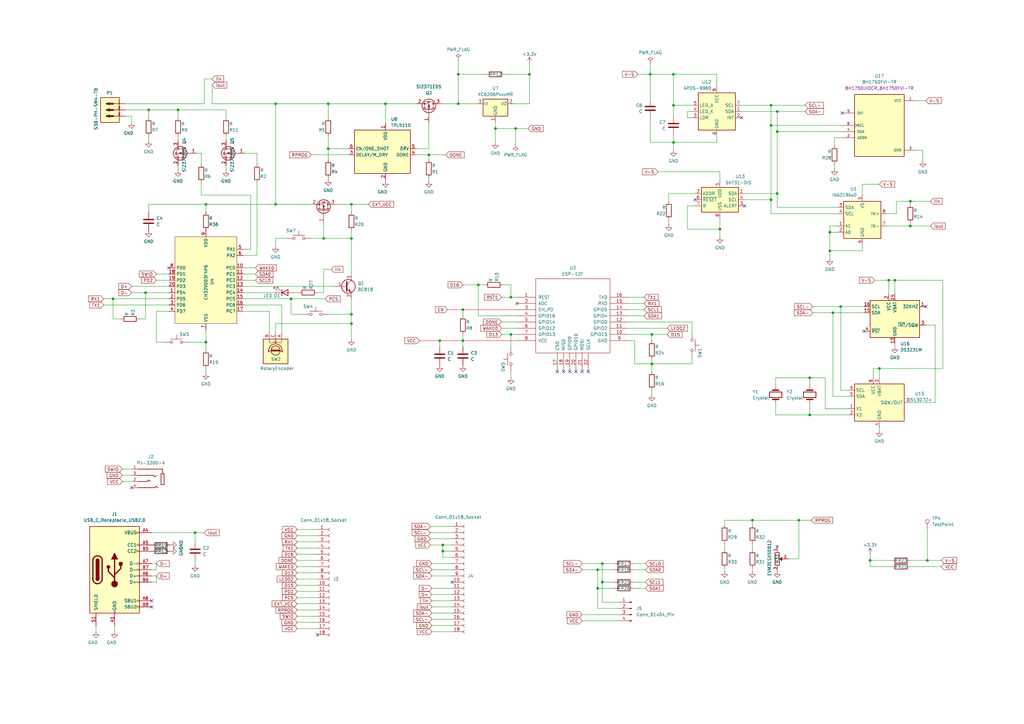
<source format=kicad_sch>
(kicad_sch (version 20230121) (generator eeschema)
  (paper "A3")
  (junction (at 340.36 95.25))
  (junction (at 276.225 43.18))
  (junction (at 247.015 231.14))
  (junction (at 84.455 140.335))
  (junction (at 113.03 83.82))
  (junction (at 46.355 122.555))
  (junction (at 180.34 139.7))
  (junction (at 364.49 114.935))
  (junction (at 80.01 218.44))
  (junction (at 267.335 149.225))
  (junction (at 340.36 102.87))
  (junction (at 367.03 114.935))
  (junction (at 59.69 120.015))
  (junction (at 356.87 229.87))
  (junction (at 247.015 238.76))
  (junction (at 341.63 128.27))
  (junction (at 144.145 132.715))
  (junction (at 187.96 30.48))
  (junction (at 60.96 45.085))
  (junction (at 181.61 226.06))
  (junction (at 318.77 53.975))
  (junction (at 318.77 79.375))
  (junction (at 217.17 30.48))
  (junction (at 318.77 45.72))
  (junction (at 211.455 52.705))
  (junction (at 373.38 92.71))
  (junction (at 119.38 122.555))
  (junction (at 327.66 213.36))
  (junction (at 134.62 42.545))
  (junction (at 134.62 60.96))
  (junction (at 189.865 139.7))
  (junction (at 332.105 154.94))
  (junction (at 144.145 128.905))
  (junction (at 360.68 151.13))
  (junction (at 144.145 97.79))
  (junction (at 295.275 93.98))
  (junction (at 308.61 213.36))
  (junction (at 276.225 58.42))
  (junction (at 276.225 30.48))
  (junction (at 175.895 63.5))
  (junction (at 332.105 170.18))
  (junction (at 196.215 116.84))
  (junction (at 245.11 233.68))
  (junction (at 316.23 43.18))
  (junction (at 113.03 42.545))
  (junction (at 181.61 223.52))
  (junction (at 132.715 97.79))
  (junction (at 266.7 30.48))
  (junction (at 267.335 137.16))
  (junction (at 316.23 81.915))
  (junction (at 245.11 241.3))
  (junction (at 203.2 52.705))
  (junction (at 209.55 137.16))
  (junction (at 209.55 121.92))
  (junction (at 144.145 83.82))
  (junction (at 189.865 127))
  (junction (at 373.38 82.55))
  (junction (at 344.805 125.73))
  (junction (at 316.23 51.435))
  (junction (at 158.115 42.545))
  (junction (at 73.025 45.085))
  (junction (at 84.455 83.82))
  (junction (at 187.96 42.545))
  (junction (at 380.365 229.87))
  (no_connect (at 305.435 84.455))
  (no_connect (at 233.68 152.4))
  (no_connect (at 53.975 200.025))
  (no_connect (at 318.77 224.155))
  (no_connect (at 228.6 152.4))
  (no_connect (at 212.09 124.46))
  (no_connect (at 130.175 260.35))
  (no_connect (at 62.23 246.38))
  (no_connect (at 304.165 48.26))
  (no_connect (at 185.42 238.76))
  (no_connect (at 379.73 125.73))
  (no_connect (at 238.76 152.4))
  (no_connect (at 231.14 152.4))
  (no_connect (at 62.23 248.92))
  (no_connect (at 285.115 81.915))
  (no_connect (at 345.44 46.355))
  (no_connect (at 241.3 152.4))
  (no_connect (at 69.215 109.855))
  (no_connect (at 354.33 135.89))
  (no_connect (at 236.22 152.4))
  (wire (pts (xy 134.62 42.545) (xy 158.115 42.545)))
  (wire (pts (xy 189.865 127) (xy 189.865 129.54)))
  (wire (pts (xy 64.135 112.395) (xy 69.215 112.395)))
  (wire (pts (xy 99.695 120.015) (xy 113.03 120.015)))
  (wire (pts (xy 364.49 114.935) (xy 364.49 120.65)))
  (wire (pts (xy 177.165 256.54) (xy 185.42 256.54)))
  (wire (pts (xy 245.11 241.3) (xy 245.11 233.68)))
  (wire (pts (xy 51.435 45.085) (xy 60.96 45.085)))
  (wire (pts (xy 113.03 83.82) (xy 127.635 83.82)))
  (wire (pts (xy 332.105 170.18) (xy 347.98 170.18)))
  (wire (pts (xy 189.865 139.7) (xy 189.865 142.24)))
  (wire (pts (xy 238.76 252.095) (xy 254 252.095)))
  (wire (pts (xy 283.845 149.225) (xy 267.335 149.225)))
  (wire (pts (xy 119.38 128.905) (xy 124.46 128.905)))
  (wire (pts (xy 206.375 116.84) (xy 209.55 116.84)))
  (wire (pts (xy 121.92 247.65) (xy 130.175 247.65)))
  (wire (pts (xy 283.845 48.26) (xy 281.94 48.26)))
  (wire (pts (xy 267.335 137.16) (xy 273.685 137.16)))
  (wire (pts (xy 318.135 158.115) (xy 318.135 154.94)))
  (wire (pts (xy 257.81 121.92) (xy 264.16 121.92)))
  (wire (pts (xy 49.53 130.81) (xy 46.355 130.81)))
  (wire (pts (xy 367.03 114.935) (xy 367.03 120.65)))
  (wire (pts (xy 297.18 222.885) (xy 297.18 225.425)))
  (wire (pts (xy 64.135 233.68) (xy 62.23 233.68)))
  (wire (pts (xy 281.94 45.72) (xy 283.845 45.72)))
  (wire (pts (xy 181.61 228.6) (xy 181.61 226.06)))
  (wire (pts (xy 267.335 160.02) (xy 267.335 161.925)))
  (wire (pts (xy 134.62 73.025) (xy 134.62 73.66)))
  (wire (pts (xy 358.14 151.13) (xy 360.68 151.13)))
  (wire (pts (xy 274.32 82.55) (xy 274.32 79.375)))
  (wire (pts (xy 83.82 32.385) (xy 86.995 32.385)))
  (wire (pts (xy 358.14 151.13) (xy 358.14 154.94)))
  (wire (pts (xy 344.805 160.02) (xy 344.805 125.73)))
  (wire (pts (xy 373.38 82.55) (xy 373.38 83.82)))
  (wire (pts (xy 119.38 128.905) (xy 119.38 122.555)))
  (wire (pts (xy 318.77 45.72) (xy 318.77 53.975)))
  (wire (pts (xy 105.41 104.775) (xy 99.695 104.775)))
  (wire (pts (xy 102.87 80.01) (xy 102.87 102.235)))
  (wire (pts (xy 175.895 60.96) (xy 175.895 50.165)))
  (wire (pts (xy 99.695 109.855) (xy 104.775 109.855)))
  (wire (pts (xy 281.94 48.26) (xy 281.94 45.72)))
  (wire (pts (xy 276.225 43.18) (xy 276.225 47.625)))
  (wire (pts (xy 69.215 127.635) (xy 64.135 127.635)))
  (wire (pts (xy 60.96 83.82) (xy 84.455 83.82)))
  (wire (pts (xy 304.165 45.72) (xy 318.77 45.72)))
  (wire (pts (xy 259.715 231.14) (xy 264.795 231.14)))
  (wire (pts (xy 210.82 42.545) (xy 217.17 42.545)))
  (wire (pts (xy 198.755 116.84) (xy 196.215 116.84)))
  (wire (pts (xy 82.55 80.01) (xy 102.87 80.01)))
  (wire (pts (xy 353.695 100.33) (xy 353.695 102.87)))
  (wire (pts (xy 358.775 114.935) (xy 364.49 114.935)))
  (wire (pts (xy 73.025 45.085) (xy 73.025 48.26)))
  (wire (pts (xy 375.92 61.595) (xy 378.46 61.595)))
  (wire (pts (xy 121.92 222.25) (xy 130.175 222.25)))
  (wire (pts (xy 344.805 125.73) (xy 354.33 125.73)))
  (wire (pts (xy 177.165 251.46) (xy 185.42 251.46)))
  (wire (pts (xy 294.005 55.88) (xy 294.005 58.42)))
  (wire (pts (xy 276.225 61.595) (xy 276.225 58.42)))
  (wire (pts (xy 51.435 42.545) (xy 83.82 42.545)))
  (wire (pts (xy 64.135 238.76) (xy 62.23 238.76)))
  (wire (pts (xy 134.62 128.905) (xy 144.145 128.905)))
  (wire (pts (xy 360.68 151.13) (xy 360.68 154.94)))
  (wire (pts (xy 170.815 60.96) (xy 175.895 60.96)))
  (wire (pts (xy 92.71 45.085) (xy 92.71 48.26)))
  (wire (pts (xy 205.74 137.16) (xy 209.55 137.16)))
  (wire (pts (xy 158.115 42.545) (xy 170.815 42.545)))
  (wire (pts (xy 121.92 217.17) (xy 130.175 217.17)))
  (wire (pts (xy 92.71 67.945) (xy 92.71 69.85)))
  (wire (pts (xy 261.62 30.48) (xy 266.7 30.48)))
  (wire (pts (xy 375.92 41.275) (xy 379.73 41.275)))
  (wire (pts (xy 207.01 30.48) (xy 217.17 30.48)))
  (wire (pts (xy 83.82 42.545) (xy 83.82 32.385)))
  (wire (pts (xy 144.145 83.82) (xy 151.13 83.82)))
  (wire (pts (xy 57.15 130.81) (xy 59.69 130.81)))
  (wire (pts (xy 340.36 95.25) (xy 340.36 102.87)))
  (wire (pts (xy 360.68 175.26) (xy 360.68 176.53)))
  (wire (pts (xy 80.645 62.865) (xy 82.55 62.865)))
  (wire (pts (xy 187.96 30.48) (xy 199.39 30.48)))
  (wire (pts (xy 42.545 125.095) (xy 69.215 125.095)))
  (wire (pts (xy 217.17 26.035) (xy 217.17 30.48)))
  (wire (pts (xy 308.61 222.885) (xy 308.61 225.425)))
  (wire (pts (xy 267.335 147.32) (xy 267.335 149.225)))
  (wire (pts (xy 189.865 139.7) (xy 212.09 139.7)) (stroke (width 0) (color 255 0 0 1)))
  (wire (pts (xy 209.55 121.92) (xy 205.74 121.92)))
  (wire (pts (xy 254 249.555) (xy 245.11 249.555)))
  (wire (pts (xy 105.41 74.93) (xy 105.41 104.775)))
  (wire (pts (xy 373.38 82.55) (xy 381.635 82.55)))
  (wire (pts (xy 175.895 73.025) (xy 175.895 74.295)))
  (wire (pts (xy 342.265 59.69) (xy 342.265 56.515)))
  (wire (pts (xy 305.435 79.375) (xy 318.77 79.375)))
  (wire (pts (xy 80.01 218.44) (xy 62.23 218.44)))
  (wire (pts (xy 189.865 116.84) (xy 196.215 116.84)))
  (wire (pts (xy 100.33 62.865) (xy 105.41 62.865)))
  (wire (pts (xy 338.455 154.94) (xy 332.105 154.94)))
  (wire (pts (xy 134.62 60.96) (xy 134.62 65.405)))
  (wire (pts (xy 356.87 232.41) (xy 365.76 232.41)))
  (wire (pts (xy 343.535 92.71) (xy 340.36 92.71)))
  (wire (pts (xy 60.96 55.88) (xy 60.96 57.785)))
  (wire (pts (xy 189.865 137.16) (xy 189.865 139.7)))
  (wire (pts (xy 185.42 228.6) (xy 181.61 228.6)))
  (wire (pts (xy 327.66 213.36) (xy 332.74 213.36)))
  (wire (pts (xy 257.81 134.62) (xy 273.685 134.62)))
  (wire (pts (xy 252.095 241.3) (xy 245.11 241.3)))
  (wire (pts (xy 117.475 97.79) (xy 113.03 97.79)))
  (wire (pts (xy 135.89 110.49) (xy 132.715 110.49)))
  (wire (pts (xy 285.115 84.455) (xy 281.94 84.455)))
  (wire (pts (xy 347.98 160.02) (xy 344.805 160.02)))
  (wire (pts (xy 266.7 30.48) (xy 266.7 40.64)))
  (wire (pts (xy 144.145 132.715) (xy 144.145 139.065)))
  (wire (pts (xy 212.09 121.92) (xy 209.55 121.92)))
  (wire (pts (xy 318.77 85.09) (xy 343.535 85.09)))
  (wire (pts (xy 99.695 127.635) (xy 110.49 127.635)))
  (wire (pts (xy 121.92 232.41) (xy 130.175 232.41)))
  (wire (pts (xy 113.03 42.545) (xy 134.62 42.545)))
  (wire (pts (xy 378.46 61.595) (xy 378.46 66.04)))
  (wire (pts (xy 82.55 67.31) (xy 82.55 62.865)))
  (wire (pts (xy 316.23 51.435) (xy 316.23 81.915)))
  (wire (pts (xy 62.23 236.22) (xy 64.135 236.22)))
  (wire (pts (xy 127.635 97.79) (xy 132.715 97.79)))
  (wire (pts (xy 308.61 213.36) (xy 327.66 213.36)))
  (wire (pts (xy 367.665 82.55) (xy 367.665 87.63)))
  (wire (pts (xy 294.005 30.48) (xy 276.225 30.48)))
  (wire (pts (xy 121.92 219.71) (xy 130.175 219.71)))
  (wire (pts (xy 158.115 42.545) (xy 158.115 50.8)))
  (wire (pts (xy 59.69 120.015) (xy 59.69 130.81)))
  (wire (pts (xy 46.355 130.81) (xy 46.355 122.555)))
  (wire (pts (xy 110.49 127.635) (xy 110.49 136.525)))
  (wire (pts (xy 121.92 237.49) (xy 130.175 237.49)))
  (wire (pts (xy 238.76 231.14) (xy 247.015 231.14)))
  (wire (pts (xy 73.025 67.945) (xy 73.025 69.85)))
  (wire (pts (xy 60.96 45.085) (xy 73.025 45.085)))
  (wire (pts (xy 373.38 92.71) (xy 381.635 92.71)))
  (wire (pts (xy 308.61 215.265) (xy 308.61 213.36)))
  (wire (pts (xy 113.03 132.715) (xy 144.145 132.715)))
  (wire (pts (xy 386.715 114.935) (xy 386.715 151.13)))
  (wire (pts (xy 373.38 82.55) (xy 367.665 82.55)))
  (wire (pts (xy 84.455 135.255) (xy 84.455 140.335)))
  (wire (pts (xy 99.695 125.095) (xy 115.57 125.095)))
  (wire (pts (xy 84.455 151.13) (xy 84.455 153.035)))
  (wire (pts (xy 274.32 79.375) (xy 285.115 79.375)))
  (wire (pts (xy 180.975 42.545) (xy 187.96 42.545)))
  (wire (pts (xy 247.015 231.14) (xy 252.095 231.14)))
  (wire (pts (xy 276.225 55.245) (xy 276.225 58.42)))
  (wire (pts (xy 73.025 45.085) (xy 92.71 45.085)))
  (wire (pts (xy 257.81 137.16) (xy 267.335 137.16)))
  (wire (pts (xy 380.365 217.17) (xy 380.365 229.87)))
  (wire (pts (xy 187.96 42.545) (xy 187.96 30.48)))
  (wire (pts (xy 64.135 140.335) (xy 67.31 140.335)))
  (wire (pts (xy 367.03 114.935) (xy 386.715 114.935)))
  (wire (pts (xy 333.375 128.27) (xy 341.63 128.27)))
  (wire (pts (xy 92.71 55.88) (xy 92.71 57.785)))
  (wire (pts (xy 80.01 231.775) (xy 80.01 229.87)))
  (wire (pts (xy 144.145 128.905) (xy 144.145 132.715)))
  (wire (pts (xy 318.77 85.09) (xy 318.77 79.375)))
  (wire (pts (xy 180.34 139.7) (xy 189.865 139.7)) (stroke (width 0) (color 255 0 0 1)))
  (wire (pts (xy 77.47 140.335) (xy 84.455 140.335)))
  (wire (pts (xy 134.62 55.88) (xy 134.62 60.96)))
  (wire (pts (xy 175.895 63.5) (xy 175.895 65.405)))
  (wire (pts (xy 316.23 51.435) (xy 345.44 51.435)))
  (wire (pts (xy 373.38 229.87) (xy 380.365 229.87)))
  (wire (pts (xy 373.38 92.71) (xy 363.855 92.71)))
  (wire (pts (xy 84.455 83.82) (xy 113.03 83.82)))
  (wire (pts (xy 367.03 114.935) (xy 364.49 114.935)))
  (wire (pts (xy 238.76 233.68) (xy 245.11 233.68)))
  (wire (pts (xy 318.135 165.735) (xy 318.135 170.18)))
  (wire (pts (xy 247.015 231.14) (xy 247.015 238.76)))
  (wire (pts (xy 122.555 120.015) (xy 120.65 120.015)))
  (wire (pts (xy 211.455 52.705) (xy 211.455 59.055)))
  (wire (pts (xy 86.995 42.545) (xy 113.03 42.545)))
  (wire (pts (xy 266.7 26.035) (xy 266.7 30.48)))
  (wire (pts (xy 323.342 229.235) (xy 327.66 229.235)))
  (wire (pts (xy 144.145 122.555) (xy 144.145 128.905)))
  (wire (pts (xy 187.96 42.545) (xy 195.58 42.545)))
  (wire (pts (xy 176.53 220.98) (xy 185.42 220.98)))
  (wire (pts (xy 142.875 60.96) (xy 134.62 60.96)))
  (wire (pts (xy 276.225 30.48) (xy 266.7 30.48)))
  (wire (pts (xy 209.55 142.24) (xy 209.55 137.16)))
  (wire (pts (xy 177.165 254) (xy 185.42 254)))
  (wire (pts (xy 343.535 95.25) (xy 340.36 95.25)))
  (wire (pts (xy 342.265 67.31) (xy 342.265 69.215)))
  (wire (pts (xy 113.03 97.79) (xy 113.03 100.965)))
  (wire (pts (xy 304.165 43.18) (xy 316.23 43.18)))
  (wire (pts (xy 60.96 83.82) (xy 60.96 86.995)))
  (wire (pts (xy 196.215 129.54) (xy 212.09 129.54)))
  (wire (pts (xy 99.695 117.475) (xy 136.525 117.475)))
  (wire (pts (xy 119.38 122.555) (xy 99.695 122.555)))
  (wire (pts (xy 144.145 97.79) (xy 144.145 112.395)))
  (wire (pts (xy 132.715 97.79) (xy 144.145 97.79)))
  (wire (pts (xy 297.18 215.265) (xy 297.18 213.36)))
  (wire (pts (xy 267.335 149.225) (xy 267.335 152.4)))
  (wire (pts (xy 356.87 229.87) (xy 365.76 229.87)))
  (wire (pts (xy 46.355 122.555) (xy 69.215 122.555)))
  (wire (pts (xy 211.455 52.705) (xy 216.535 52.705)))
  (wire (pts (xy 269.875 70.485) (xy 295.275 70.485)))
  (wire (pts (xy 121.92 257.81) (xy 130.175 257.81)))
  (wire (pts (xy 259.715 241.3) (xy 264.795 241.3)))
  (wire (pts (xy 144.145 83.82) (xy 144.145 86.995)))
  (wire (pts (xy 196.215 116.84) (xy 196.215 129.54)))
  (wire (pts (xy 259.715 233.68) (xy 264.795 233.68)))
  (wire (pts (xy 212.09 134.62) (xy 205.74 134.62)))
  (wire (pts (xy 115.57 125.095) (xy 115.57 136.525)))
  (wire (pts (xy 274.32 90.17) (xy 274.32 92.075)))
  (wire (pts (xy 121.92 250.19) (xy 130.175 250.19)))
  (wire (pts (xy 295.275 70.485) (xy 295.275 74.295)))
  (wire (pts (xy 84.455 83.82) (xy 84.455 86.995)))
  (wire (pts (xy 177.165 241.3) (xy 185.42 241.3)))
  (wire (pts (xy 64.135 231.14) (xy 64.135 233.68)))
  (wire (pts (xy 341.63 128.27) (xy 341.63 162.56)))
  (wire (pts (xy 121.92 252.73) (xy 130.175 252.73)))
  (wire (pts (xy 84.455 140.335) (xy 84.455 143.51)))
  (wire (pts (xy 316.23 43.18) (xy 330.2 43.18)))
  (wire (pts (xy 137.795 83.82) (xy 144.145 83.82)))
  (wire (pts (xy 42.545 122.555) (xy 46.355 122.555)))
  (wire (pts (xy 316.23 87.63) (xy 316.23 81.915)))
  (wire (pts (xy 257.81 132.08) (xy 283.845 132.08)))
  (wire (pts (xy 257.81 139.7) (xy 260.35 139.7)))
  (wire (pts (xy 353.695 102.87) (xy 340.36 102.87)))
  (wire (pts (xy 170.815 63.5) (xy 175.895 63.5)))
  (wire (pts (xy 39.37 256.54) (xy 39.37 259.08)))
  (wire (pts (xy 340.36 92.71) (xy 340.36 95.25)))
  (wire (pts (xy 295.275 89.535) (xy 295.275 93.98)))
  (wire (pts (xy 267.335 137.16) (xy 267.335 139.7)))
  (wire (pts (xy 257.81 129.54) (xy 264.16 129.54)))
  (wire (pts (xy 332.105 165.735) (xy 332.105 170.18)))
  (wire (pts (xy 53.975 117.475) (xy 69.215 117.475)))
  (wire (pts (xy 60.96 45.085) (xy 60.96 48.26)))
  (wire (pts (xy 276.225 58.42) (xy 266.7 58.42)))
  (wire (pts (xy 59.69 120.015) (xy 69.215 120.015)))
  (wire (pts (xy 181.61 226.06) (xy 181.61 223.52)))
  (wire (pts (xy 367.03 140.97) (xy 367.03 142.24)))
  (wire (pts (xy 64.135 236.22) (xy 64.135 238.76)))
  (wire (pts (xy 83.82 218.44) (xy 80.01 218.44)))
  (wire (pts (xy 203.2 52.705) (xy 211.455 52.705)))
  (wire (pts (xy 316.23 87.63) (xy 343.535 87.63)))
  (wire (pts (xy 177.165 236.22) (xy 185.42 236.22)))
  (wire (pts (xy 183.515 127) (xy 189.865 127)) (stroke (width 0) (color 255 0 0 1)))
  (wire (pts (xy 305.435 81.915) (xy 316.23 81.915)))
  (wire (pts (xy 257.81 127) (xy 264.16 127)))
  (wire (pts (xy 341.63 128.27) (xy 354.33 128.27)))
  (wire (pts (xy 50.165 192.405) (xy 53.975 192.405)))
  (wire (pts (xy 245.11 233.68) (xy 252.095 233.68)))
  (wire (pts (xy 209.55 137.16) (xy 212.09 137.16)))
  (wire (pts (xy 130.175 120.015) (xy 132.715 120.015)))
  (wire (pts (xy 176.53 218.44) (xy 185.42 218.44)))
  (wire (pts (xy 132.715 110.49) (xy 132.715 120.015)))
  (wire (pts (xy 267.335 149.225) (xy 260.35 149.225)))
  (wire (pts (xy 62.23 231.14) (xy 64.135 231.14)))
  (wire (pts (xy 367.665 87.63) (xy 363.855 87.63)))
  (wire (pts (xy 316.23 43.18) (xy 316.23 51.435)))
  (wire (pts (xy 318.77 53.975) (xy 345.44 53.975)))
  (wire (pts (xy 53.975 120.015) (xy 59.69 120.015)))
  (wire (pts (xy 318.135 170.18) (xy 332.105 170.18)))
  (wire (pts (xy 347.98 167.64) (xy 338.455 167.64)))
  (wire (pts (xy 172.085 139.7) (xy 180.34 139.7)) (stroke (width 0) (color 255 0 0 1)))
  (wire (pts (xy 259.715 238.76) (xy 264.795 238.76)))
  (wire (pts (xy 260.35 139.7) (xy 260.35 149.225)))
  (wire (pts (xy 46.99 256.54) (xy 46.99 259.08)))
  (wire (pts (xy 245.11 249.555) (xy 245.11 241.3)))
  (wire (pts (xy 177.165 233.68) (xy 185.42 233.68)))
  (wire (pts (xy 212.09 132.08) (xy 205.74 132.08)))
  (wire (pts (xy 175.895 63.5) (xy 182.88 63.5)))
  (wire (pts (xy 53.975 47.625) (xy 53.975 50.165)))
  (wire (pts (xy 50.165 197.485) (xy 53.975 197.485)))
  (wire (pts (xy 64.135 127.635) (xy 64.135 140.335)))
  (wire (pts (xy 341.63 162.56) (xy 347.98 162.56)))
  (wire (pts (xy 203.2 52.705) (xy 203.2 50.165)))
  (wire (pts (xy 340.36 102.87) (xy 340.36 106.045)))
  (wire (pts (xy 209.55 116.84) (xy 209.55 121.92)))
  (wire (pts (xy 177.165 259.08) (xy 185.42 259.08)))
  (wire (pts (xy 283.845 43.18) (xy 276.225 43.18)))
  (wire (pts (xy 177.165 231.14) (xy 185.42 231.14)))
  (wire (pts (xy 353.695 75.565) (xy 353.695 80.01)))
  (wire (pts (xy 203.2 58.42) (xy 203.2 52.705)))
  (wire (pts (xy 383.54 165.1) (xy 373.38 165.1)))
  (wire (pts (xy 297.18 233.045) (xy 297.18 234.315)))
  (wire (pts (xy 50.165 194.945) (xy 53.975 194.945)))
  (wire (pts (xy 99.695 114.935) (xy 104.775 114.935)))
  (wire (pts (xy 121.92 224.79) (xy 130.175 224.79)))
  (wire (pts (xy 134.62 42.545) (xy 134.62 48.26)))
  (wire (pts (xy 308.61 233.045) (xy 308.61 234.315)))
  (wire (pts (xy 121.92 240.03) (xy 130.175 240.03)))
  (wire (pts (xy 73.025 55.88) (xy 73.025 57.785)))
  (wire (pts (xy 333.375 125.73) (xy 344.805 125.73)))
  (wire (pts (xy 121.92 242.57) (xy 130.175 242.57)))
  (wire (pts (xy 276.225 30.48) (xy 276.225 43.18)))
  (wire (pts (xy 121.92 245.11) (xy 130.175 245.11)))
  (wire (pts (xy 338.455 167.64) (xy 338.455 154.94)))
  (wire (pts (xy 380.365 229.87) (xy 386.08 229.87)))
  (wire (pts (xy 297.18 213.36) (xy 308.61 213.36)))
  (wire (pts (xy 318.77 53.975) (xy 318.77 79.375)))
  (wire (pts (xy 379.73 133.35) (xy 383.54 133.35)))
  (wire (pts (xy 121.92 234.95) (xy 130.175 234.95)))
  (wire (pts (xy 360.68 75.565) (xy 353.695 75.565)))
  (wire (pts (xy 127.635 63.5) (xy 142.875 63.5)))
  (wire (pts (xy 82.55 80.01) (xy 82.55 74.93)))
  (wire (pts (xy 383.54 133.35) (xy 383.54 165.1)))
  (wire (pts (xy 102.87 102.235) (xy 99.695 102.235)))
  (wire (pts (xy 281.94 93.98) (xy 295.275 93.98)))
  (wire (pts (xy 342.265 56.515) (xy 345.44 56.515)))
  (wire (pts (xy 113.03 136.525) (xy 113.03 132.715)))
  (wire (pts (xy 177.165 243.84) (xy 185.42 243.84)))
  (wire (pts (xy 252.095 238.76) (xy 247.015 238.76)))
  (wire (pts (xy 356.87 229.87) (xy 356.87 232.41)))
  (wire (pts (xy 189.865 127) (xy 212.09 127)) (stroke (width 0) (color 255 0 0 1)))
  (wire (pts (xy 121.92 255.27) (xy 130.175 255.27)))
  (wire (pts (xy 185.42 226.06) (xy 181.61 226.06)))
  (wire (pts (xy 144.145 94.615) (xy 144.145 97.79)))
  (wire (pts (xy 264.16 124.46) (xy 257.81 124.46)))
  (wire (pts (xy 177.165 248.92) (xy 185.42 248.92)))
  (wire (pts (xy 373.38 92.71) (xy 373.38 91.44)))
  (wire (pts (xy 119.38 122.555) (xy 133.35 122.555)))
  (wire (pts (xy 318.77 45.72) (xy 330.2 45.72)))
  (wire (pts (xy 332.105 154.94) (xy 332.105 158.115)))
  (wire (pts (xy 254 247.015) (xy 247.015 247.015)))
  (wire (pts (xy 356.87 227.33) (xy 356.87 229.87)))
  (wire (pts (xy 294.005 30.48) (xy 294.005 35.56)))
  (wire (pts (xy 176.53 215.9) (xy 185.42 215.9)))
  (wire (pts (xy 238.76 254.635) (xy 254 254.635)))
  (wire (pts (xy 121.92 227.33) (xy 130.175 227.33)))
  (wire (pts (xy 51.435 47.625) (xy 53.975 47.625)))
  (wire (pts (xy 113.03 42.545) (xy 113.03 83.82)))
  (wire (pts (xy 181.61 223.52) (xy 185.42 223.52)))
  (wire (pts (xy 99.695 112.395) (xy 104.775 112.395)))
  (wire (pts (xy 176.53 223.52) (xy 181.61 223.52)))
  (wire (pts (xy 281.94 84.455) (xy 281.94 93.98)))
  (wire (pts (xy 158.115 73.66) (xy 158.115 74.295)))
  (wire (pts (xy 217.17 30.48) (xy 217.17 42.545)))
  (wire (pts (xy 247.015 238.76) (xy 247.015 247.015)))
  (wire (pts (xy 266.7 58.42) (xy 266.7 48.26)))
  (wire (pts (xy 105.41 62.865) (xy 105.41 67.31)))
  (wire (pts (xy 294.005 58.42) (xy 276.225 58.42)))
  (wire (pts (xy 64.135 114.935) (xy 69.215 114.935)))
  (wire (pts (xy 209.55 152.4) (xy 209.55 154.94)))
  (wire (pts (xy 177.165 246.38) (xy 185.42 246.38)))
  (wire (pts (xy 180.34 139.7) (xy 180.34 142.24)))
  (wire (pts (xy 121.92 229.87) (xy 130.175 229.87)))
  (wire (pts (xy 360.68 151.13) (xy 386.715 151.13)))
  (wire (pts (xy 318.135 154.94) (xy 332.105 154.94)))
  (wire (pts (xy 295.275 93.98) (xy 295.275 97.155)))
  (wire (pts (xy 132.715 91.44) (xy 132.715 97.79)))
  (wire (pts (xy 80.01 218.44) (xy 80.01 222.25)))
  (wire (pts (xy 327.66 213.36) (xy 327.66 229.235)))
  (wire (pts (xy 283.845 136.525) (xy 283.845 132.08)))
  (wire (pts (xy 283.845 146.685) (xy 283.845 149.225)))
  (wire (pts (xy 86.995 34.925) (xy 86.995 42.545)))
  (wire (pts (xy 187.96 30.48) (xy 187.96 24.765)))
  (wire (pts (xy 373.38 232.41) (xy 386.08 232.41)))
  (global_label "D+" (shape input) (at 64.135 236.22 0) (property "Intersheetrefs" "${INTERSHEET_REFS}" (effects hide)))
  (global_label "iin" (shape input) (at 86.995 32.385 0) (property "Intersheetrefs" "${INTERSHEET_REFS}" (effects hide)))
  (global_label "V-S" (shape input) (at 386.08 229.87 0) (property "Intersheetrefs" "${INTERSHEET_REFS}" (effects hide)))
  (global_label "SDA1" (shape input) (at 264.16 129.54 0) (property "Intersheetrefs" "${INTERSHEET_REFS}" (effects hide)))
  (global_label "RX1" (shape input) (at 264.16 124.46 0) (property "Intersheetrefs" "${INTERSHEET_REFS}" (effects hide)))
  (global_label "VCC" (shape input) (at 121.92 257.81 180) (property "Intersheetrefs" "${INTERSHEET_REFS}" (effects hide)))
  (global_label "iout" (shape input) (at 83.82 218.44 0) (property "Intersheetrefs" "${INTERSHEET_REFS}" (effects hide)))
  (global_label "TX1" (shape input) (at 42.545 125.095 180) (property "Intersheetrefs" "${INTERSHEET_REFS}" (effects hide)))
  (global_label "PC5" (shape input) (at 121.92 245.11 180) (property "Intersheetrefs" "${INTERSHEET_REFS}" (effects hide)))
  (global_label "D+" (shape input) (at 53.975 117.475 180) (property "Intersheetrefs" "${INTERSHEET_REFS}" (effects hide)))
  (global_label "VCC" (shape input) (at 176.53 223.52 180) (property "Intersheetrefs" "${INTERSHEET_REFS}" (effects hide)))
  (global_label "SCL-" (shape input) (at 330.2 43.18 0) (property "Intersheetrefs" "${INTERSHEET_REFS}" (effects hide)))
  (global_label "WAKE0" (shape input) (at 104.775 109.855 0) (property "Intersheetrefs" "${INTERSHEET_REFS}" (effects hide)))
  (global_label "SCL-" (shape input) (at 333.375 125.73 180) (property "Intersheetrefs" "${INTERSHEET_REFS}" (effects hide)))
  (global_label "WAKE0" (shape input) (at 121.92 232.41 180) (property "Intersheetrefs" "${INTERSHEET_REFS}" (effects hide)))
  (global_label "D-" (shape input) (at 177.165 241.3 180) (property "Intersheetrefs" "${INTERSHEET_REFS}" (effects hide)))
  (global_label "SDA-" (shape input) (at 238.76 233.68 180) (property "Intersheetrefs" "${INTERSHEET_REFS}" (effects hide)))
  (global_label "SDA-" (shape input) (at 330.2 45.72 0) (property "Intersheetrefs" "${INTERSHEET_REFS}" (effects hide)))
  (global_label "D13" (shape input) (at 121.92 234.95 180) (property "Intersheetrefs" "${INTERSHEET_REFS}" (effects hide)))
  (global_label "SWIO" (shape input) (at 64.135 112.395 180) (property "Intersheetrefs" "${INTERSHEET_REFS}" (effects hide)))
  (global_label "VCC" (shape input) (at 172.085 139.7 180) (property "Intersheetrefs" "${INTERSHEET_REFS}" (effects hide)))
  (global_label "SCL0" (shape input) (at 104.775 114.935 0) (property "Intersheetrefs" "${INTERSHEET_REFS}" (effects hide)))
  (global_label "D-" (shape input) (at 53.975 120.015 180) (property "Intersheetrefs" "${INTERSHEET_REFS}" (effects hide)))
  (global_label "SDA0" (shape input) (at 104.775 112.395 0) (property "Intersheetrefs" "${INTERSHEET_REFS}" (effects hide)))
  (global_label "D13" (shape input) (at 205.74 137.16 180) (property "Intersheetrefs" "${INTERSHEET_REFS}" (effects hide)))
  (global_label "SCL-" (shape input) (at 177.165 233.68 180) (property "Intersheetrefs" "${INTERSHEET_REFS}" (effects hide)))
  (global_label "SDA0" (shape input) (at 264.795 233.68 0) (property "Intersheetrefs" "${INTERSHEET_REFS}" (effects hide)))
  (global_label "SWIO" (shape input) (at 50.165 192.405 180) (property "Intersheetrefs" "${INTERSHEET_REFS}" (effects hide)))
  (global_label "GND" (shape input) (at 238.76 252.095 180) (property "Intersheetrefs" "${INTERSHEET_REFS}" (effects hide)))
  (global_label "D15" (shape input) (at 121.92 240.03 180) (property "Intersheetrefs" "${INTERSHEET_REFS}" (effects hide)))
  (global_label "SCL-" (shape input) (at 177.165 254 180) (property "Intersheetrefs" "${INTERSHEET_REFS}" (effects hide)))
  (global_label "GND" (shape input) (at 176.53 220.98 180) (property "Intersheetrefs" "${INTERSHEET_REFS}" (effects hide)))
  (global_label "DONE" (shape input) (at 205.74 132.08 180) (property "Intersheetrefs" "${INTERSHEET_REFS}" (effects hide)))
  (global_label "TX1" (shape input) (at 121.92 224.79 180) (property "Intersheetrefs" "${INTERSHEET_REFS}" (effects hide)))
  (global_label "RX1" (shape input) (at 42.545 122.555 180) (property "Intersheetrefs" "${INTERSHEET_REFS}" (effects hide)))
  (global_label "D16" (shape input) (at 121.92 227.33 180) (property "Intersheetrefs" "${INTERSHEET_REFS}" (effects hide)))
  (global_label "SDA-" (shape input) (at 176.53 215.9 180) (property "Intersheetrefs" "${INTERSHEET_REFS}" (effects hide)))
  (global_label "iin" (shape input) (at 381.635 82.55 0) (property "Intersheetrefs" "${INTERSHEET_REFS}" (effects hide)))
  (global_label "EXT_VCC" (shape input) (at 151.13 83.82 0) (property "Intersheetrefs" "${INTERSHEET_REFS}" (effects hide)))
  (global_label "iout" (shape input) (at 177.165 248.92 180) (property "Intersheetrefs" "${INTERSHEET_REFS}" (effects hide)))
  (global_label "D+" (shape input) (at 177.165 243.84 180) (property "Intersheetrefs" "${INTERSHEET_REFS}" (effects hide)))
  (global_label "LED02" (shape input) (at 273.685 134.62 0) (property "Intersheetrefs" "${INTERSHEET_REFS}" (effects hide)))
  (global_label "LED02" (shape input) (at 121.92 237.49 180) (property "Intersheetrefs" "${INTERSHEET_REFS}" (effects hide)))
  (global_label "D15" (shape input) (at 273.685 137.16 0) (property "Intersheetrefs" "${INTERSHEET_REFS}" (effects hide)))
  (global_label "PD2" (shape input) (at 121.92 242.57 180) (property "Intersheetrefs" "${INTERSHEET_REFS}" (effects hide)))
  (global_label "VCC" (shape input) (at 121.92 217.17 180) (property "Intersheetrefs" "${INTERSHEET_REFS}" (effects hide)))
  (global_label "GND" (shape input) (at 216.535 52.705 0) (property "Intersheetrefs" "${INTERSHEET_REFS}" (effects hide)))
  (global_label "EN" (shape input) (at 183.515 127 180) (property "Intersheetrefs" "${INTERSHEET_REFS}" (effects hide)))
  (global_label "SCL-" (shape input) (at 176.53 218.44 180) (property "Intersheetrefs" "${INTERSHEET_REFS}" (effects hide)))
  (global_label "WAKE0" (shape input) (at 205.74 134.62 180) (property "Intersheetrefs" "${INTERSHEET_REFS}" (effects hide)))
  (global_label "EXT_VCC" (shape input) (at 121.92 247.65 180) (property "Intersheetrefs" "${INTERSHEET_REFS}" (effects hide)))
  (global_label "D-" (shape input) (at 64.135 231.14 0) (property "Intersheetrefs" "${INTERSHEET_REFS}" (effects hide)))
  (global_label "SDA1" (shape input) (at 264.795 241.3 0) (property "Intersheetrefs" "${INTERSHEET_REFS}" (effects hide)))
  (global_label "RX1" (shape input) (at 121.92 222.25 180) (property "Intersheetrefs" "${INTERSHEET_REFS}" (effects hide)))
  (global_label "GND" (shape input) (at 177.165 231.14 180) (property "Intersheetrefs" "${INTERSHEET_REFS}" (effects hide)))
  (global_label "RPROG" (shape input) (at 127.635 63.5 180) (property "Intersheetrefs" "${INTERSHEET_REFS}" (effects hide)))
  (global_label "V-S" (shape input) (at 379.73 41.275 0) (property "Intersheetrefs" "${INTERSHEET_REFS}" (effects hide)))
  (global_label "VCC" (shape input) (at 177.165 259.08 180) (property "Intersheetrefs" "${INTERSHEET_REFS}" (effects hide)))
  (global_label "V-S" (shape input) (at 358.775 114.935 180) (property "Intersheetrefs" "${INTERSHEET_REFS}" (effects hide)))
  (global_label "SDA-" (shape input) (at 177.165 236.22 180) (property "Intersheetrefs" "${INTERSHEET_REFS}" (effects hide)))
  (global_label "iin" (shape input) (at 177.165 246.38 180) (property "Intersheetrefs" "${INTERSHEET_REFS}" (effects hide)))
  (global_label "GND" (shape input) (at 121.92 219.71 180) (property "Intersheetrefs" "${INTERSHEET_REFS}" (effects hide)))
  (global_label "V-S" (shape input) (at 269.875 70.485 180) (property "Intersheetrefs" "${INTERSHEET_REFS}" (effects hide)))
  (global_label "SCL1" (shape input) (at 264.16 127 0) (property "Intersheetrefs" "${INTERSHEET_REFS}" (effects hide)))
  (global_label "RST1" (shape input) (at 205.74 121.92 180) (property "Intersheetrefs" "${INTERSHEET_REFS}" (effects hide)))
  (global_label "SCL-" (shape input) (at 238.76 231.14 180) (property "Intersheetrefs" "${INTERSHEET_REFS}" (effects hide)))
  (global_label "V-S" (shape input) (at 261.62 30.48 180) (property "Intersheetrefs" "${INTERSHEET_REFS}" (effects hide)))
  (global_label "GND" (shape input) (at 177.165 256.54 180) (property "Intersheetrefs" "${INTERSHEET_REFS}" (effects hide)))
  (global_label "PD2" (shape input) (at 64.135 114.935 180) (property "Intersheetrefs" "${INTERSHEET_REFS}" (effects hide)))
  (global_label "VCC" (shape input) (at 238.76 254.635 180) (property "Intersheetrefs" "${INTERSHEET_REFS}" (effects hide)))
  (global_label "SDA-" (shape input) (at 177.165 251.46 180) (property "Intersheetrefs" "${INTERSHEET_REFS}" (effects hide)))
  (global_label "GND" (shape input) (at 50.165 194.945 180) (property "Intersheetrefs" "${INTERSHEET_REFS}" (effects hide)))
  (global_label "iout" (shape input) (at 381.635 92.71 0) (property "Intersheetrefs" "${INTERSHEET_REFS}" (effects hide)))
  (global_label "D16" (shape input) (at 189.865 116.84 180) (property "Intersheetrefs" "${INTERSHEET_REFS}" (effects hide)))
  (global_label "DONE" (shape input) (at 182.88 63.5 0) (property "Intersheetrefs" "${INTERSHEET_REFS}" (effects hide)))
  (global_label "SWIO" (shape input) (at 121.92 252.73 180) (property "Intersheetrefs" "${INTERSHEET_REFS}" (effects hide)))
  (global_label "SDA-" (shape input) (at 333.375 128.27 180) (property "Intersheetrefs" "${INTERSHEET_REFS}" (effects hide)))
  (global_label "SCL1" (shape input) (at 264.795 238.76 0) (property "Intersheetrefs" "${INTERSHEET_REFS}" (effects hide)))
  (global_label "TX1" (shape input) (at 264.16 121.92 0) (property "Intersheetrefs" "${INTERSHEET_REFS}" (effects hide)))
  (global_label "VCC" (shape input) (at 50.165 197.485 180) (property "Intersheetrefs" "${INTERSHEET_REFS}" (effects hide)))
  (global_label "PC5" (shape input) (at 133.35 122.555 0) (property "Intersheetrefs" "${INTERSHEET_REFS}" (effects hide)))
  (global_label "SCL0" (shape input) (at 264.795 231.14 0) (property "Intersheetrefs" "${INTERSHEET_REFS}" (effects hide)))
  (global_label "DONE" (shape input) (at 121.92 229.87 180) (property "Intersheetrefs" "${INTERSHEET_REFS}" (effects hide)))
  (global_label "RPROG" (shape input) (at 121.92 250.19 180) (property "Intersheetrefs" "${INTERSHEET_REFS}" (effects hide)))
  (global_label "iin" (shape input) (at 135.89 110.49 0) (property "Intersheetrefs" "${INTERSHEET_REFS}" (effects hide)))
  (global_label "RPROG" (shape input) (at 332.74 213.36 0) (property "Intersheetrefs" "${INTERSHEET_REFS}" (effects hide)))
  (global_label "iout" (shape input) (at 86.995 34.925 0) (property "Intersheetrefs" "${INTERSHEET_REFS}" (effects hide)))
  (global_label "GND" (shape input) (at 121.92 255.27 180) (property "Intersheetrefs" "${INTERSHEET_REFS}" (effects hide)))
  (global_label "VCC" (shape input) (at 386.08 232.41 0) (property "Intersheetrefs" "${INTERSHEET_REFS}" (effects hide)))
  (global_label "V-S" (shape input) (at 360.68 75.565 0) (property "Intersheetrefs" "${INTERSHEET_REFS}" (effects hide)))
  (symbol (lib_id "Device:R") (at 175.895 69.215 0) (mirror x) (unit 1)
    (property "Reference" "R1" (at 177.165 70.485 0) (effects (justify left)))
    (property "Value" "R" (at 177.165 67.945 0) (effects (justify left)))
    (property "Footprint" "Resistor_SMD:R_0805_2012Metric" (effects hide))
  )
  (symbol (lib_id "Device:C") (at 180.34 146.05 0) (unit 1)
    (property "Reference" "C1" (at 183.515 144.78 0) (effects (justify left)))
    (property "Value" "C" (at 183.515 147.32 0) (effects (justify left)))
    (property "Footprint" "Capacitor_SMD:C_0805_2012Metric" (effects hide))
  )
  (symbol (lib_id "Device:R") (at 105.41 71.12 0) (mirror x) (unit 1)
    (property "Reference" "R2" (at 106.68 72.39 0) (effects (justify left)))
    (property "Value" "R" (at 106.68 69.85 0) (effects (justify left)))
    (property "Footprint" "Resistor_SMD:R_0805_2012Metric" (effects hide))
  )
  (symbol (lib_id "Device:R") (at 369.57 229.87 90) (mirror x) (unit 1)
    (property "Reference" "R23" (at 372.11 229.87 90) (effects (justify left)))
    (property "Value" "R" (at 368.3 229.87 90) (effects (justify left)))
    (property "Footprint" "Resistor_SMD:R_0603_1608Metric" (effects hide))
  )
  (symbol (lib_id "Connector:TestPoint") (at 380.365 217.17 0) (unit 1)
    (property "Reference" "TP4" (at 382.27 212.598 0) (effects (justify left)))
    (property "Value" "TestPoint" (at 382.27 215.138 0) (effects (justify left)))
    (property "Footprint" "Connector_PinHeader_1.00mm:PinHeader_1x01_P1.00mm_Vertical" (effects hide))
  )
  (symbol (lib_id "power:GND") (at 203.2 58.42 0) (mirror y) (unit 1)
    (property "Reference" "#PWR021" (effects hide))
    (property "Value" "GND" (at 203.2 62.865 0))
  )
  (symbol (lib_id "power:GND") (at 69.85 223.52 90) (mirror x) (unit 1)
    (property "Reference" "#PWR017" (effects hide))
    (property "Value" "GND" (at 74.295 223.52 0))
  )
  (symbol (lib_id "Connector:USB_C_Receptacle_USB2.0") (at 46.99 233.68 0) (unit 1)
    (property "Reference" "J1" (at 46.99 210.82 0))
    (property "Value" "USB_C_Receptacle_USB2.0" (at 46.99 213.36 0))
    (property "Footprint" "Connector_USB:USB_C_Receptacle_HRO_TYPE-C-31-M-12" (effects hide))
    (property "Datasheet" "https://www.usb.org/sites/default/files/documents/usb_type-c.zip" (effects hide))
  )
  (symbol (lib_id "Transistor_BJT:BC818") (at 141.605 117.475 0) (unit 1)
    (property "Reference" "Q1" (at 146.685 116.205 0) (effects (justify left)))
    (property "Value" "BC818" (at 146.685 118.745 0) (effects (justify left)))
    (property "Footprint" "Package_TO_SOT_SMD:SOT-23" (effects hide))
    (property "Datasheet" "https://www.onsemi.com/pub/Collateral/BC818-D.pdf" (effects hide))
  )
  (symbol (lib_id "Device:C") (at 60.96 90.805 0) (unit 1)
    (property "Reference" "C4" (at 64.135 89.535 0) (effects (justify left)))
    (property "Value" "C" (at 64.135 92.075 0) (effects (justify left)))
    (property "Footprint" "Capacitor_SMD:C_0805_2012Metric" (effects hide))
  )
  (symbol (lib_id "Device:Crystal") (at 332.105 161.925 90) (unit 1)
    (property "Reference" "Y2" (at 322.58 160.655 90) (effects (justify right)))
    (property "Value" "Crystal" (at 322.58 163.195 90) (effects (justify right)))
    (property "Footprint" "Crystal:Crystal_SMD_3215-2Pin_3.2x1.5mm" (effects hide))
  )
  (symbol (lib_id "power:PWR_FLAG") (at 187.96 24.765 0) (mirror y) (unit 1)
    (property "Reference" "#FLG02" (effects hide))
    (property "Value" "PWR_FLAG" (at 187.96 20.32 0))
  )
  (symbol (lib_id "Transistor_FET:Si2371EDS") (at 175.895 45.085 270) (mirror x) (unit 1)
    (property "Reference" "Q2" (at 175.895 38.1 90))
    (property "Value" "Si2371EDS" (at 175.895 35.56 90))
    (property "Footprint" "Package_TO_SOT_SMD:SOT-23" (effects hide))
    (property "Datasheet" "http://www.vishay.com/docs/63924/si2371eds.pdf" (effects hide))
  )
  (symbol (lib_id "power:GND") (at 209.55 154.94 0) (unit 1)
    (property "Reference" "#PWR025" (effects hide))
    (property "Value" "GND" (at 209.55 159.385 0))
  )
  (symbol (lib_id "ESP8266:ESP-12F") (at 234.95 129.54 0) (unit 1)
    (property "Reference" "U2" (at 234.95 109.855 0))
    (property "Value" "ESP-12F" (at 234.95 112.395 0))
    (property "Footprint" "A_SensorNode:ESP12_SMD" (effects hide))
    (property "Datasheet" "http://l0l.org.uk/2014/12/esp8266-modules-hardware-guide-gotta-catch-em-all/" (effects hide))
  )
  (symbol (lib_id "Connector:Conn_01x18_Socket") (at 190.5 236.22 0) (unit 1)
    (property "Reference" "J4" (at 191.77 236.22 0) (effects (justify left)))
    (property "Value" "Conn_01x18_Socket" (at 178.435 212.09 0) (effects (justify left)))
    (property "Footprint" "Connector_PinSocket_2.54mm:PinSocket_1x18_P2.54mm_Vertical" (effects hide))
  )
  (symbol (lib_id "Device:R") (at 53.34 130.81 270) (mirror x) (unit 1)
    (property "Reference" "R3" (at 54.61 129.54 0) (effects (justify left)))
    (property "Value" "R" (at 52.07 129.54 0) (effects (justify left)))
    (property "Footprint" "Resistor_SMD:R_0805_2012Metric" (effects hide))
  )
  (symbol (lib_id "Timer:TPL5110") (at 158.115 60.96 0) (unit 1)
    (property "Reference" "U8" (at 160.3091 48.895 0) (effects (justify left)))
    (property "Value" "TPL5110" (at 160.3091 51.435 0) (effects (justify left)))
    (property "Footprint" "Package_TO_SOT_SMD:SOT-23-6" (effects hide))
    (property "Datasheet" "http://www.ti.com/lit/ds/symlink/tpl5110.pdf" (effects hide))
  )
  (symbol (lib_id "Device:C") (at 189.865 146.05 0) (unit 1)
    (property "Reference" "C3" (at 193.04 144.78 0) (effects (justify left)))
    (property "Value" "C" (at 193.04 147.32 0) (effects (justify left)))
    (property "Footprint" "Capacitor_SMD:C_0805_2012Metric" (effects hide))
  )
  (symbol (lib_id "Device:R") (at 342.265 63.5 180) (unit 1)
    (property "Reference" "R28" (at 340.995 64.77 0) (effects (justify left)))
    (property "Value" "R" (at 340.995 62.23 0) (effects (justify left)))
    (property "Footprint" "Resistor_SMD:R_0603_1608Metric" (effects hide))
  )
  (symbol (lib_id "Device:LED") (at 116.84 120.015 0) (mirror x) (unit 1)
    (property "Reference" "D1" (at 113.665 121.285 0))
    (property "Value" "LED" (at 109.855 121.285 0))
    (property "Footprint" "LED_SMD:LED_0603_1608Metric" (effects hide))
  )
  (symbol (lib_id "power:GND") (at 134.62 73.66 0) (mirror y) (unit 1)
    (property "Reference" "#PWR05" (effects hide))
    (property "Value" "GND" (at 134.62 78.105 0))
  )
  (symbol (lib_id "power:GND") (at 189.865 149.86 0) (unit 1)
    (property "Reference" "#PWR010" (effects hide))
    (property "Value" "GND" (at 189.865 154.305 0))
  )
  (symbol (lib_id "Sensor:APDS-9960") (at 294.005 45.72 0) (mirror y) (unit 1)
    (property "Reference" "U12" (at 291.8109 33.655 0) (effects (justify left)))
    (property "Value" "APDS-9960" (at 291.8109 36.195 0) (effects (justify left)))
    (property "Footprint" "Sensor:Avago_APDS-9960" (effects hide))
    (property "Datasheet" "https://docs.broadcom.com/doc/AV02-4191EN" (effects hide))
  )
  (symbol (lib_id "power:GND") (at 276.225 61.595 0) (unit 1)
    (property "Reference" "#PWR024" (effects hide))
    (property "Value" "GND" (at 276.225 66.04 0))
  )
  (symbol (lib_id "Device:R") (at 134.62 52.07 180) (unit 1)
    (property "Reference" "R5" (at 133.35 53.34 0) (effects (justify left)))
    (property "Value" "R" (at 133.35 50.8 0) (effects (justify left)))
    (property "Footprint" "Resistor_SMD:R_0603_1608Metric" (effects hide))
  )
  (symbol (lib_id "Device:C") (at 276.225 51.435 0) (mirror y) (unit 1)
    (property "Reference" "C7" (at 273.05 50.165 0) (effects (justify left)))
    (property "Value" "C" (at 273.05 52.705 0) (effects (justify left)))
    (property "Footprint" "Capacitor_SMD:C_0805_2012Metric" (effects hide))
  )
  (symbol (lib_id "Switch:SW_Push") (at 72.39 140.335 0) (mirror y) (unit 1)
    (property "Reference" "SW3" (at 75.565 137.16 0))
    (property "Value" "SW_Push" (effects hide))
    (property "Footprint" "Button_Switch_SMD:SW_SPST_PTS810" (effects hide))
  )
  (symbol (lib_id "Device:R") (at 255.905 238.76 90) (mirror x) (unit 1)
    (property "Reference" "R25" (at 258.445 238.76 90) (effects (justify left)))
    (property "Value" "R" (at 254.635 238.76 90) (effects (justify left)))
    (property "Footprint" "Resistor_SMD:R_0603_1608Metric" (effects hide))
  )
  (symbol (lib_id "Device:R") (at 82.55 71.12 0) (mirror x) (unit 1)
    (property "Reference" "R6" (at 83.82 72.39 0) (effects (justify left)))
    (property "Value" "R" (at 83.82 69.85 0) (effects (justify left)))
    (property "Footprint" "Resistor_SMD:R_0805_2012Metric" (effects hide))
  )
  (symbol (lib_id "Sensor_Energy:INA219AxD") (at 353.695 90.17 0) (mirror y) (unit 1)
    (property "Reference" "U1" (at 351.5009 77.47 0) (effects (justify left)))
    (property "Value" "INA219AxD" (at 351.5009 80.01 0) (effects (justify left)))
    (property "Footprint" "Package_SO:SOIC-8_3.9x4.9mm_P1.27mm" (effects hide))
    (property "Datasheet" "http://www.ti.com/lit/ds/symlink/ina219.pdf" (effects hide))
  )
  (symbol (lib_id "Connector:Conn_01x18_Socket") (at 135.255 237.49 0) (unit 1)
    (property "Reference" "J3" (at 136.525 237.49 0) (effects (justify left)))
    (property "Value" "Conn_01x18_Socket" (at 123.19 213.36 0) (effects (justify left)))
    (property "Footprint" "Connector_PinSocket_2.54mm:PinSocket_1x18_P2.54mm_Vertical" (effects hide))
  )
  (symbol (lib_id "Device:R") (at 202.565 116.84 270) (mirror x) (unit 1)
    (property "Reference" "R10" (at 203.835 115.57 0) (effects (justify left)))
    (property "Value" "R" (at 201.295 115.57 0) (effects (justify left)))
    (property "Footprint" "Resistor_SMD:R_0603_1608Metric" (effects hide))
  )
  (symbol (lib_id "power:GND") (at 113.03 100.965 0) (mirror y) (unit 1)
    (property "Reference" "#PWR022" (effects hide))
    (property "Value" "GND" (at 113.03 105.41 0))
  )
  (symbol (lib_id "Device:R") (at 73.025 52.07 0) (mirror x) (unit 1)
    (property "Reference" "R9" (at 74.295 53.34 0) (effects (justify left)))
    (property "Value" "R" (at 74.295 50.8 0) (effects (justify left)))
    (property "Footprint" "Resistor_SMD:R_0805_2012Metric" (effects hide))
  )
  (symbol (lib_id "Device:R") (at 308.61 219.075 0) (mirror x) (unit 1)
    (property "Reference" "R32" (at 309.88 220.345 0) (effects (justify left)))
    (property "Value" "R" (at 309.88 217.805 0) (effects (justify left)))
    (property "Footprint" "Resistor_SMD:R_0603_1608Metric" (effects hide))
  )
  (symbol (lib_id "Device:R") (at 255.905 241.3 90) (mirror x) (unit 1)
    (property "Reference" "R26" (at 258.445 241.3 90) (effects (justify left)))
    (property "Value" "R" (at 254.635 241.3 90) (effects (justify left)))
    (property "Footprint" "Resistor_SMD:R_0603_1608Metric" (effects hide))
  )
  (symbol (lib_id "Device:R") (at 144.145 90.805 0) (mirror x) (unit 1)
    (property "Reference" "R20" (at 145.415 92.075 0) (effects (justify left)))
    (property "Value" "R" (at 145.415 89.535 0) (effects (justify left)))
    (property "Footprint" "Resistor_SMD:R_0805_2012Metric" (effects hide))
  )
  (symbol (lib_id "Device:C") (at 266.7 44.45 0) (mirror y) (unit 1)
    (property "Reference" "C6" (at 263.525 43.18 0) (effects (justify left)))
    (property "Value" "C" (at 263.525 45.72 0) (effects (justify left)))
    (property "Footprint" "Capacitor_SMD:C_0805_2012Metric" (effects hide))
  )
  (symbol (lib_id "power:GND") (at 53.975 50.165 0) (mirror y) (unit 1)
    (property "Reference" "#PWR02" (effects hide))
    (property "Value" "GND" (at 52.705 54.61 0))
  )
  (symbol (lib_id "Device:R") (at 134.62 69.215 0) (mirror x) (unit 1)
    (property "Reference" "R4" (at 135.89 70.485 0) (effects (justify left)))
    (property "Value" "R" (at 135.89 67.945 0) (effects (justify left)))
    (property "Footprint" "Resistor_SMD:R_0603_1608Metric" (effects hide))
  )
  (symbol (lib_id "Device:C") (at 80.01 226.06 0) (unit 1)
    (property "Reference" "C2" (at 83.185 224.79 0) (effects (justify left)))
    (property "Value" "C" (at 83.185 227.33 0) (effects (justify left)))
    (property "Footprint" "Capacitor_SMD:C_0805_2012Metric" (effects hide))
  )
  (symbol (lib_id "power:GND") (at 158.115 74.295 0) (mirror y) (unit 1)
    (property "Reference" "#PWR047" (effects hide))
    (property "Value" "GND" (at 156.845 78.74 0))
  )
  (symbol (lib_id "power:GND") (at 340.36 106.045 0) (unit 1)
    (property "Reference" "#PWR014" (effects hide))
    (property "Value" "GND" (at 340.36 110.49 0))
  )
  (symbol (lib_id "Timer_RTC:DS1307Z+") (at 360.68 165.1 0) (unit 1)
    (property "Reference" "U15" (at 377.19 161.4521 0))
    (property "Value" "DS1307Z+" (at 377.19 163.9921 0))
    (property "Footprint" "Package_SO:SOIC-8_3.9x4.9mm_P1.27mm" (effects hide))
    (property "Datasheet" "https://datasheets.maximintegrated.com/en/ds/DS1307.pdf" (effects hide))
  )
  (symbol (lib_id "Device:R") (at 297.18 229.235 0) (mirror x) (unit 1)
    (property "Reference" "R30" (at 298.45 230.505 0) (effects (justify left)))
    (property "Value" "R" (at 298.45 227.965 0) (effects (justify left)))
    (property "Footprint" "Resistor_SMD:R_0805_2012Metric" (effects hide))
  )
  (symbol (lib_id "wch-mcu:CH32V003F4P6") (at 84.455 114.935 0) (unit 1)
    (property "Reference" "U4" (at 86.995 116.84 90) (effects (justify left)))
    (property "Value" "CH32V003F4P6" (at 84.455 123.19 90) (effects (justify left)))
    (property "Footprint" "Package_SO:TSSOP-20_4.4x6.5mm_P0.65mm" (effects hide))
    (property "Datasheet" "https://datasheet.lcsc.com/lcsc/2302231730_WCH-Jiangsu-Qin-Heng-CH32V003F4U6_C5299908.pdf" (effects hide))
  )
  (symbol (lib_id "Device:R") (at 203.2 30.48 270) (unit 1)
    (property "Reference" "R12" (at 201.93 30.48 90) (effects (justify left)))
    (property "Value" "R" (at 200.66 30.48 90) (effects (justify left)))
    (property "Footprint" "Resistor_SMD:R_0603_1608Metric" (effects hide))
  )
  (symbol (lib_id "Transistor_FET:Si2371EDS") (at 75.565 62.865 0) (mirror y) (unit 1)
    (property "Reference" "Q4" (at 75.565 57.785 90))
    (property "Value" "Si2371EDS" (at 75.565 65.405 90))
    (property "Footprint" "Package_TO_SOT_SMD:SOT-23" (effects hide))
    (property "Datasheet" "http://www.vishay.com/docs/63924/si2371eds.pdf" (effects hide))
  )
  (symbol (lib_id "power:GND") (at 267.335 161.925 0) (unit 1)
    (property "Reference" "#PWR011" (effects hide))
    (property "Value" "GND" (at 267.335 166.37 0))
  )
  (symbol (lib_id "Device:R") (at 255.905 231.14 90) (mirror x) (unit 1)
    (property "Reference" "R17" (at 258.445 231.14 90) (effects (justify left)))
    (property "Value" "R" (at 254.635 231.14 90) (effects (justify left)))
    (property "Footprint" "Resistor_SMD:R_0603_1608Metric" (effects hide))
  )
  (symbol (lib_id "Switch:SW_Push") (at 283.845 141.605 270) (mirror x) (unit 1)
    (property "Reference" "SW1" (at 287.02 144.78 0))
    (property "Value" "SW_Push" (effects hide))
    (property "Footprint" "Button_Switch_SMD:SW_SPST_PTS810" (effects hide))
  )
  (symbol (lib_id "Device:R") (at 126.365 120.015 270) (mirror x) (unit 1)
    (property "Reference" "R27" (at 127.635 118.745 0) (effects (justify left)))
    (property "Value" "R" (at 125.095 118.745 0) (effects (justify left)))
    (property "Footprint" "Resistor_SMD:R_0805_2012Metric" (effects hide))
  )
  (symbol (lib_id "power:GND") (at 274.32 92.075 0) (mirror y) (unit 1)
    (property "Reference" "#PWR033" (effects hide))
    (property "Value" "GND" (at 274.32 96.52 0))
  )
  (symbol (lib_id "power:GND") (at 144.145 139.065 0) (unit 1)
    (property "Reference" "#PWR015" (effects hide))
    (property "Value" "GND" (at 144.145 143.51 0))
  )
  (symbol (lib_id "power:GND") (at 295.275 97.155 0) (mirror y) (unit 1)
    (property "Reference" "#PWR036" (effects hide))
    (property "Value" "GND" (at 295.275 101.6 0))
  )
  (symbol (lib_id "Device:R") (at 297.18 219.075 0) (mirror x) (unit 1)
    (property "Reference" "R29" (at 298.45 220.345 0) (effects (justify left)))
    (property "Value" "R" (at 298.45 217.805 0) (effects (justify left)))
    (property "Footprint" "Resistor_SMD:R_0805_2012Metric" (effects hide))
  )
  (symbol (lib_id "Device:R") (at 92.71 52.07 0) (mirror x) (unit 1)
    (property "Reference" "R11" (at 93.98 53.34 0) (effects (justify left)))
    (property "Value" "R" (at 93.98 50.8 0) (effects (justify left)))
    (property "Footprint" "Resistor_SMD:R_0805_2012Metric" (effects hide))
  )
  (symbol (lib_id "power:+3.3V") (at 217.17 26.035 0) (unit 1)
    (property "Reference" "#PWR04" (effects hide))
    (property "Value" "+3.3V" (at 217.17 22.225 0))
  )
  (symbol (lib_id "Device:R") (at 255.905 233.68 90) (mirror x) (unit 1)
    (property "Reference" "R18" (at 258.445 233.68 90) (effects (justify left)))
    (property "Value" "R" (at 254.635 233.68 90) (effects (justify left)))
    (property "Footprint" "Resistor_SMD:R_0603_1608Metric" (effects hide))
  )
  (symbol (lib_id "power:GND") (at 308.61 234.315 0) (mirror y) (unit 1)
    (property "Reference" "#PWR029" (effects hide))
    (property "Value" "GND" (at 308.61 238.76 0))
  )
  (symbol (lib_id "BH1750FVI-TR:BH1750FVI-TR") (at 360.68 51.435 0) (unit 1)
    (property "Reference" "U17" (at 360.68 31.115 0))
    (property "Value" "BH1750FVI-TR" (at 360.68 33.655 0))
    (property "Footprint" "BH1750:XDCR_BH1750FVI-TR" (at 360.68 36.195 0))
    (property "MF" "Rohm" (effects hide))
    (property "MAXIMUM_PACKAGE_HEIGHT" "0.75mm" (effects hide))
    (property "Package" "SMD-6 ROHM Semiconductor" (effects hide))
    (property "Price" "None" (effects hide))
    (property "Check_prices" "https://www.snapeda.com/parts/BH1750FVI-TR/Rohm/view-part/?ref=eda" (effects hide))
    (property "STANDARD" "Manufacturer recommendations" (effects hide))
    (property "PARTREV" "D" (effects hide))
    (property "SnapEDA_Link" "https://www.snapeda.com/parts/BH1750FVI-TR/Rohm/view-part/?ref=snap" (effects hide))
    (property "MP" "BH1750FVI-TR" (effects hide))
    (property "Purchase-URL" "https://www.snapeda.com/api/url_track_click_mouser/?unipart_id=106507&manufacturer=Rohm&part_name=BH1750FVI-TR&search_term=None" (effects hide))
    (property "Description" "\nOptical Sensor Ambient 560nm I²C 6-SMD, Flat Lead Exposed Pad\n" (effects hide))
    (property "Availability" "In Stock" (effects hide))
    (property "MANUFACTURER" "Rohm" (effects hide))
  )
  (symbol (lib_id "JST_S3B-PH:S3B-PH-SM4-TB") (at 46.355 45.085 0) (mirror y) (unit 1)
    (property "Reference" "P1" (at 46.355 38.1 0) (effects (justify left)))
    (property "Value" "S3B-PH-SM4-TB" (at 39.37 53.34 90) (effects (justify left)))
    (property "Footprint" "S3B-PH:JST_S3B-PH-SM4-TB" (effects hide))
    (property "MF" "JST Sales" (effects hide))
    (property "Description" "\nConnector Header Surface Mount, Right Angle 3 position 0.079 (2.00mm)\n" (effects hide))
    (property "Package" "None" (effects hide))
    (property "Price" "None" (effects hide))
    (property "Check_prices" "https://www.snapeda.com/parts/S3B-PH-SM4-TB/JST+Sales+America+Inc./view-part/?ref=eda" (effects hide))
    (property "SnapEDA_Link" "https://www.snapeda.com/parts/S3B-PH-SM4-TB/JST+Sales+America+Inc./view-part/?ref=snap" (effects hide))
    (property "MP" "S3B-PH-SM4-TB" (effects hide))
    (property "Purchase-URL" "https://www.snapeda.com/api/url_track_click_mouser/?unipart_id=473685&manufacturer=JST Sales&part_name=S3B-PH-SM4-TB&search_term=jst smd 3" (effects hide))
    (property "Availability" "In Stock" (effects hide))
    (property "MANUFACTURER" "JST" (effects hide))
  )
  (symbol (lib_id "power:PWR_FLAG") (at 266.7 26.035 0) (mirror y) (unit 1)
    (property "Reference" "#FLG03" (effects hide))
    (property "Value" "PWR_FLAG" (at 266.7 21.59 0))
  )
  (symbol (lib_id "power:GND") (at 60.96 94.615 0) (unit 1)
    (property "Reference" "#PWR023" (effects hide))
    (property "Value" "GND" (at 60.96 99.06 0))
  )
  (symbol (lib_id "PJ-320D:PJ-320D-A") (at 61.595 192.405 0) (mirror y) (unit 1)
    (property "Reference" "J2" (at 61.9125 187.325 0))
    (property "Value" "PJ-320D-A" (at 61.9125 189.865 0))
    (property "Footprint" "A_SensorNode:PJ-320D" (effects hide))
    (property "MF" "HRO Electronics Co., Ltd." (effects hide))
    (property "MAXIMUM_PACKAGE_HEIGHT" "5 mm" (effects hide))
    (property "Package" "Package" (effects hide))
    (property "Price" "None" (effects hide))
    (property "Check_prices" "https://www.snapeda.com/parts/PJ-320D-A/HRO+Electronics+Co.%252C+Ltd./view-part/?ref=eda" (effects hide))
    (property "STANDARD" "Manufacturer Recommendations" (effects hide))
    (property "PARTREV" "B" (effects hide))
    (property "SnapEDA_Link" "https://www.snapeda.com/parts/PJ-320D-A/HRO+Electronics+Co.%252C+Ltd./view-part/?ref=snap" (effects hide))
    (property "MP" "PJ-320D-A" (effects hide))
    (property "Description" "\nHeadphone jack 0.5A 30V DC 100 mΩ\n" (effects hide))
    (property "Availability" "Not in stock" (effects hide))
    (property "MANUFACTURER" "HRO Electronics Co, Ltd" (effects hide))
  )
  (symbol (lib_id "power:GND") (at 342.265 69.215 0) (mirror y) (unit 1)
    (property "Reference" "#PWR039" (effects hide))
    (property "Value" "GND" (at 342.265 73.66 0))
  )
  (symbol (lib_id "Device:Crystal") (at 318.135 161.925 90) (unit 1)
    (property "Reference" "Y1" (at 308.61 160.655 90) (effects (justify right)))
    (property "Value" "Crystal" (at 308.61 163.195 90) (effects (justify right)))
    (property "Footprint" "Crystal:Crystal_Round_D1.5mm_Vertical" (effects hide))
  )
  (symbol (lib_id "Transistor_FET:AO3400A") (at 132.715 86.36 270) (mirror x) (unit 1)
    (property "Reference" "Q3" (effects hide))
    (property "Value" "AO3400A" (effects hide))
    (property "Footprint" "Package_TO_SOT_SMD:SOT-23" (effects hide))
    (property "Datasheet" "http://www.aosmd.com/pdfs/datasheet/AO3400A.pdf" (effects hide))
  )
  (symbol (lib_id "power:GND") (at 180.34 149.86 0) (unit 1)
    (property "Reference" "#PWR03" (effects hide))
    (property "Value" "GND" (at 180.34 154.305 0))
  )
  (symbol (lib_id "Switch:SW_Push") (at 122.555 97.79 0) (unit 1)
    (property "Reference" "SW7" (at 119.38 94.615 0))
    (property "Value" "SW_Push" (effects hide))
    (property "Footprint" "Button_Switch_SMD:SW_SPST_PTS810" (effects hide))
  )
  (symbol (lib_id "power:GND") (at 367.03 142.24 0) (mirror y) (unit 1)
    (property "Reference" "#PWR043" (effects hide))
    (property "Value" "GND" (at 367.03 146.685 0))
  )
  (symbol (lib_id "power:GND") (at 80.01 231.775 0) (unit 1)
    (property "Reference" "#PWR020" (effects hide))
    (property "Value" "GND" (at 80.01 236.22 0))
  )
  (symbol (lib_id "Device:RotaryEncoder") (at 113.03 144.145 270) (unit 1)
    (property "Reference" "SW2" (at 111.125 147.32 90) (effects (justify left)))
    (property "Value" "RotaryEncoder" (at 106.68 151.13 90) (effects (justify left)))
    (property "Footprint" "A_SensorNode:RotaryEncoder_E11" (effects hide))
  )
  (symbol (lib_id "Device:R") (at 66.04 223.52 270) (mirror x) (unit 1)
    (property "Reference" "R19" (at 64.77 223.52 90) (effects (justify left)))
    (property "Value" "R" (at 63.5 223.52 90) (effects (justify left)))
    (property "Footprint" "Resistor_SMD:R_0805_2012Metric" (effects hide))
  )
  (symbol (lib_id "power:GND") (at 39.37 259.08 0) (mirror y) (unit 1)
    (property "Reference" "#PWR09" (effects hide))
    (property "Value" "GND" (at 38.1 263.525 0))
  )
  (symbol (lib_id "power:GND") (at 318.77 234.315 0) (mirror y) (unit 1)
    (property "Reference" "#PWR031" (effects hide))
    (property "Value" "GND" (at 318.77 238.76 0))
  )
  (symbol (lib_id "Sensor_Humidity:SHT31-DIS") (at 295.275 81.915 0) (unit 1)
    (property "Reference" "U13" (at 301.625 72.39 0) (effects (justify left)))
    (property "Value" "SHT31-DIS" (at 297.4691 74.93 0) (effects (justify left)))
    (property "Footprint" "Sensor_Humidity:Sensirion_DFN-8-1EP_2.5x2.5mm_P0.5mm_EP1.1x1.7mm" (effects hide))
    (property "Datasheet" "https://www.sensirion.com/fileadmin/user_upload/customers/sensirion/Dokumente/2_Humidity_Sensors/Datasheets/Sensirion_Humidity_Sensors_SHT3x_Datasheet_digital.pdf" (effects hide))
  )
  (symbol (lib_id "Device:R") (at 66.04 226.06 270) (mirror x) (unit 1)
    (property "Reference" "R13" (at 64.77 226.06 90) (effects (justify left)))
    (property "Value" "R" (at 63.5 226.06 90) (effects (justify left)))
    (property "Footprint" "Resistor_SMD:R_0805_2012Metric" (effects hide))
  )
  (symbol (lib_id "Device:R") (at 84.455 90.805 0) (mirror x) (unit 1)
    (property "Reference" "R36" (at 85.725 92.075 0) (effects (justify left)))
    (property "Value" "R" (at 85.725 89.535 0) (effects (justify left)))
    (property "Footprint" "Resistor_SMD:R_0603_1608Metric" (effects hide))
  )
  (symbol (lib_id "power:GND") (at 175.895 74.295 0) (mirror y) (unit 1)
    (property "Reference" "#PWR06" (effects hide))
    (property "Value" "GND" (at 175.895 78.74 0))
  )
  (symbol (lib_id "Timer_RTC:DS3231M") (at 367.03 130.81 0) (unit 1)
    (property "Reference" "U16" (at 369.2241 140.97 0) (effects (justify left)))
    (property "Value" "DS3231M" (at 369.2241 143.51 0) (effects (justify left)))
    (property "Footprint" "Package_SO:SOIC-16W_7.5x10.3mm_P1.27mm" (effects hide))
    (property "Datasheet" "http://datasheets.maximintegrated.com/en/ds/DS3231.pdf" (effects hide))
  )
  (symbol (lib_id "Connector:Conn_01x04_Pin") (at 259.08 249.555 0) (mirror y) (unit 1)
    (property "Reference" "J5" (at 260.985 249.555 0) (effects (justify right)))
    (property "Value" "Conn_01x04_Pin" (at 260.985 252.095 0) (effects (justify right)))
    (property "Footprint" "Connector_PinSocket_2.54mm:PinSocket_1x04_P2.54mm_Vertical" (effects hide))
  )
  (symbol (lib_id "Device:R") (at 189.865 133.35 0) (mirror x) (unit 1)
    (property "Reference" "R8" (at 191.135 134.62 0) (effects (justify left)))
    (property "Value" "R" (at 191.135 132.08 0) (effects (justify left)))
    (property "Footprint" "Resistor_SMD:R_0805_2012Metric" (effects hide))
  )
  (symbol (lib_id "Device:R") (at 267.335 143.51 0) (mirror x) (unit 1)
    (property "Reference" "R24" (at 268.605 144.78 0) (effects (justify left)))
    (property "Value" "R" (at 268.605 142.24 0) (effects (justify left)))
    (property "Footprint" "Resistor_SMD:R_0805_2012Metric" (effects hide))
  )
  (symbol (lib_id "Switch:SW_Push") (at 209.55 147.32 90) (unit 1)
    (property "Reference" "SW5" (at 206.375 150.495 0))
    (property "Value" "SW_Push" (effects hide))
    (property "Footprint" "Button_Switch_SMD:SW_SPST_PTS810" (effects hide))
  )
  (symbol (lib_id "Transistor_FET:Si2371EDS") (at 95.25 62.865 0) (mirror y) (unit 1)
    (property "Reference" "Q5" (at 95.25 57.785 90))
    (property "Value" "Si2371EDS" (at 95.25 65.405 90))
    (property "Footprint" "Package_TO_SOT_SMD:SOT-23" (effects hide))
    (property "Datasheet" "http://www.vishay.com/docs/63924/si2371eds.pdf" (effects hide))
  )
  (symbol (lib_id "Device:R") (at 373.38 87.63 0) (mirror x) (unit 1)
    (property "Reference" "R14" (at 374.65 88.9 0) (effects (justify left)))
    (property "Value" "R" (at 374.65 86.36 0) (effects (justify left)))
    (property "Footprint" "Resistor_SMD:R_2512_6332Metric" (effects hide))
  )
  (symbol (lib_id "power:+3.3V") (at 356.87 227.33 0) (unit 1)
    (property "Reference" "#PWR026" (effects hide))
    (property "Value" "+3.3V" (at 356.87 223.52 0))
  )
  (symbol (lib_id "Device:R") (at 369.57 232.41 90) (mirror x) (unit 1)
    (property "Reference" "R21" (at 372.11 232.41 90) (effects (justify left)))
    (property "Value" "R" (at 368.3 232.41 90) (effects (justify left)))
    (property "Footprint" "Resistor_SMD:R_0603_1608Metric" (effects hide))
  )
  (symbol (lib_id "power:GND") (at 92.71 69.85 0) (mirror y) (unit 1)
    (property "Reference" "#PWR012" (effects hide))
    (property "Value" "GND" (at 92.71 74.295 0))
  )
  (symbol (lib_id "power:GND") (at 378.46 66.04 0) (mirror y) (unit 1)
    (property "Reference" "#PWR045" (effects hide))
    (property "Value" "GND" (at 378.46 70.485 0))
  )
  (symbol (lib_id "power:GND") (at 73.025 69.85 0) (mirror y) (unit 1)
    (property "Reference" "#PWR08" (effects hide))
    (property "Value" "GND" (at 73.025 74.295 0))
  )
  (symbol (lib_id "power:PWR_FLAG") (at 211.455 59.055 0) (mirror x) (unit 1)
    (property "Reference" "#FLG01" (effects hide))
    (property "Value" "PWR_FLAG" (at 211.455 63.5 0))
  )
  (symbol (lib_id "Device:R") (at 60.96 52.07 0) (mirror x) (unit 1)
    (property "Reference" "R7" (at 62.23 53.34 0) (effects (justify left)))
    (property "Value" "R" (at 62.23 50.8 0) (effects (justify left)))
    (property "Footprint" "Resistor_SMD:R_0805_2012Metric" (effects hide))
  )
  (symbol (lib_id "Device:R") (at 308.61 229.235 0) (mirror x) (unit 1)
    (property "Reference" "R31" (at 309.88 230.505 0) (effects (justify left)))
    (property "Value" "R" (at 309.88 227.965 0) (effects (justify left)))
    (property "Footprint" "Resistor_SMD:R_0603_1608Metric" (effects hide))
  )
  (symbol (lib_id "power:GND") (at 60.96 57.785 0) (mirror y) (unit 1)
    (property "Reference" "#PWR07" (effects hide))
    (property "Value" "GND" (at 60.96 62.23 0))
  )
  (symbol (lib_id "power:GND") (at 297.18 234.315 0) (mirror y) (unit 1)
    (property "Reference" "#PWR028" (effects hide))
    (property "Value" "GND" (at 297.18 238.76 0))
  )
  (symbol (lib_id "Device:R") (at 267.335 156.21 0) (mirror x) (unit 1)
    (property "Reference" "R16" (at 268.605 157.48 0) (effects (justify left)))
    (property "Value" "R" (at 268.605 154.94 0) (effects (justify left)))
    (property "Footprint" "Resistor_SMD:R_0603_1608Metric" (effects hide))
  )
  (symbol (lib_id "power:GND") (at 360.68 176.53 0) (mirror y) (unit 1)
    (property "Reference" "#PWR041" (effects hide))
    (property "Value" "GND" (at 360.68 180.975 0))
  )
  (symbol (lib_id "Regulator_Linear:XC6206PxxxMR") (at 203.2 42.545 0) (unit 1)
    (property "Reference" "U7" (at 203.2 36.195 0))
    (property "Value" "XC6206PxxxMR" (at 203.2 38.735 0))
    (property "Footprint" "Package_TO_SOT_SMD:SOT-23-3" (effects hide))
    (property "Datasheet" "https://www.torexsemi.com/file/xc6206/XC6206.pdf" (effects hide))
  )
  (symbol (lib_id "Device:R") (at 84.455 147.32 0) (mirror x) (unit 1)
    (property "Reference" "R15" (at 85.725 148.59 0) (effects (justify left)))
    (property "Value" "R" (at 85.725 146.05 0) (effects (justify left)))
    (property "Footprint" "Resistor_SMD:R_0603_1608Metric" (effects hide))
  )
  (symbol (lib_id "power:GND") (at 69.85 226.06 90) (unit 1)
    (property "Reference" "#PWR018" (effects hide))
    (property "Value" "GND" (at 74.295 226.06 0))
  )
  (symbol (lib_id "power:GND") (at 84.455 153.035 0) (mirror y) (unit 1)
    (property "Reference" "#PWR01" (effects hide))
    (property "Value" "GND" (at 84.455 157.48 0))
  )
  (symbol (lib_id "Switch:SW_Push") (at 129.54 128.905 0) (unit 1)
    (property "Reference" "SW4" (at 126.365 125.73 0))
    (property "Value" "SW_Push" (effects hide))
    (property "Footprint" "Button_Switch_SMD:SW_SPST_PTS810" (effects hide))
  )
  (symbol (lib_id "Device:R") (at 274.32 86.36 180) (unit 1)
    (property "Reference" "R22" (at 273.05 87.63 0) (effects (justify left)))
    (property "Value" "R" (at 273.05 85.09 0) (effects (justify left)))
    (property "Footprint" "Resistor_SMD:R_0603_1608Metric" (effects hide))
  )
  (symbol (lib_id "EVM3ESX50B:EVM3ESX50B12") (at 318.77 229.235 270) (unit 1)
    (property "Reference" "R33" (at 318.77 231.14 0) (effects (justify right)))
    (property "Value" "EVM3ESX50B12" (at 315.595 236.22 0) (effects (justify right)))
    (property "Footprint" "EVM3ES:EMV3ESX50B12" (effects hide))
    (property "MF" "Panasonic" (effects hide))
    (property "Description" "\nRes Cermet Trimmer 100 Ohm 25% 3/20W 1(Elec)/1(Mech)Turns (3.1 x 3.8 x 1.62mm) Foot Print SMD T/R\n" (effects hide))
    (property "Package" "None" (effects hide))
    (property "Price" "None" (effects hide))
    (property "SnapEDA_Link" "https://www.snapeda.com/parts/EVM3ESX50B12/Panasonic/view-part/?ref=snap" (effects hide))
    (property "MP" "EVM3ESX50B12" (effects hide))
    (property "Availability" "Not in stock" (effects hide))
    (property "Check_prices" "https://www.snapeda.com/parts/EVM3ESX50B12/Panasonic/view-part/?ref=eda" (effects hide))
  )
  (symbol (lib_id "power:GND") (at 46.99 259.08 0) (mirror y) (unit 1)
    (property "Reference" "#PWR016" (effects hide))
    (property "Value" "GND" (at 45.72 263.525 0))
  )
)
</source>
